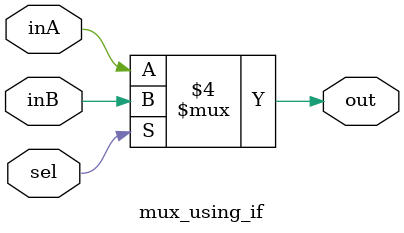
<source format=sv>
module mux_using_if(input logic inA, inB, 
		    input logic sel,
		    output logic out);
  always_comb begin
    if(~sel)begin
      out = inA;
    end
    else begin
      out = inB;
    end  
  end
endmodule: mux_using_if

</source>
